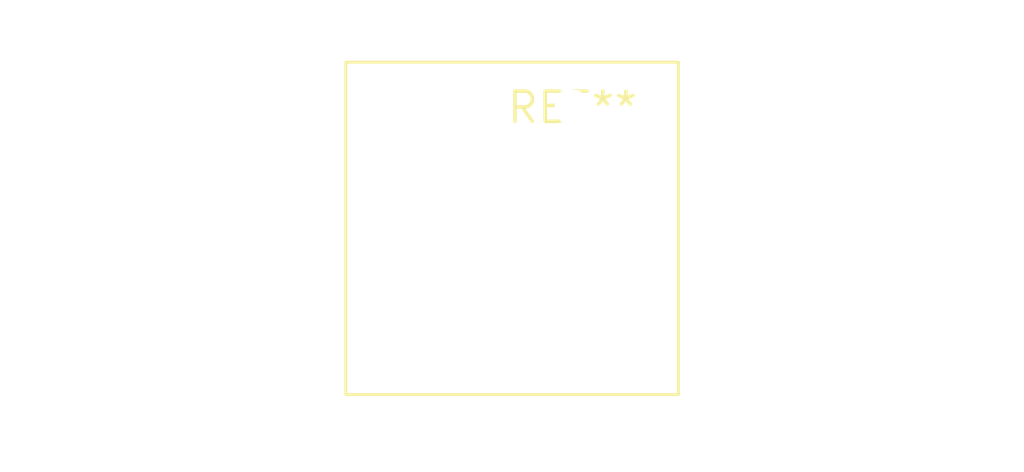
<source format=kicad_pcb>
(kicad_pcb (version 20240108) (generator pcbnew)
  (layers (0 "F.Cu" signal) (31 "B.Cu" signal) (34 "B.Paste" user) (35 "F.Paste" user) (36 "B.SilkS" user "B.Silkscreen") (37 "F.SilkS" user "F.Silkscreen") (38 "B.Mask" user) (39 "F.Mask" user) (44 "Edge.Cuts" user))
  (net 0 "")
  (footprint "SW_Cherry_MX_2.25u_PCB" (layer "F.Cu") (at 0 0)
    (property "Reference" "REF**")
    (property "Value" "SW_Cherry_MX_2.25u_PCB")
    (fp_line (start -9.525 -1.905) (end 4.445 -1.905) (layer "F.SilkS") (stroke (width 0.12)))
    (fp_line (start -9.525 12.065) (end -9.525 -1.905) (layer "F.SilkS") (stroke (width 0.12)))
    (fp_line (start 4.445 -1.905) (end 4.445 12.065) (layer "F.SilkS") (stroke (width 0.12)))
    (fp_line (start 4.445 12.065) (end -9.525 12.065) (layer "F.SilkS") (stroke (width 0.12)))
    (pad "" np_thru_hole circle (at -14.44 -1.92) (size 3.05 3.05) (drill 3.05) (layers *.Cu *.Mask))
    (pad "" np_thru_hole circle (at -14.44 13.32) (size 4 4) (drill 4) (layers *.Cu *.Mask))
    (pad "" np_thru_hole circle (at -7.62 5.08) (size 1.7 1.7) (drill 1.7) (layers *.Cu *.Mask))
    (pad "" np_thru_hole circle (at -2.54 5.08) (size 4 4) (drill 4) (layers *.Cu *.Mask))
    (pad "" np_thru_hole circle (at 2.54 5.08) (size 1.7 1.7) (drill 1.7) (layers *.Cu *.Mask))
    (pad "" np_thru_hole circle (at 9.36 -1.92) (size 3.05 3.05) (drill 3.05) (layers *.Cu *.Mask))
    (pad "" np_thru_hole circle (at 9.36 13.32) (size 4 4) (drill 4) (layers *.Cu *.Mask))
    (pad "1" thru_hole circle (at 0 0) (size 2.2 2.2) (drill 1.5) (layers *.Cu *.Mask) (remove_unused_layers))
    (pad "2" thru_hole circle (at -6.35 2.54) (size 2.2 2.2) (drill 1.5) (layers *.Cu *.Mask) (remove_unused_layers))
  )
)
</source>
